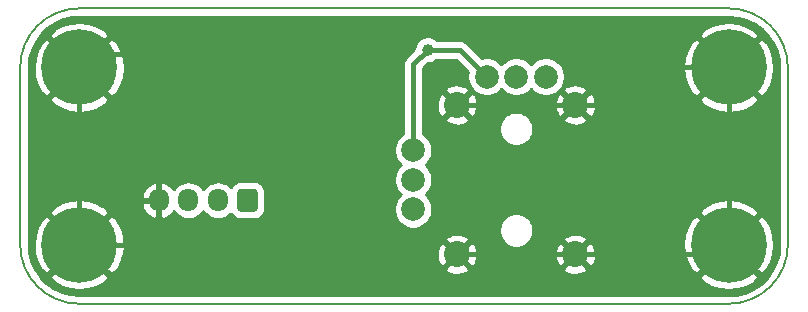
<source format=gbr>
%TF.GenerationSoftware,KiCad,Pcbnew,(5.1.6)-1*%
%TF.CreationDate,2021-04-13T16:40:33+02:00*%
%TF.ProjectId,11_Joystick,31315f4a-6f79-4737-9469-636b2e6b6963,rev?*%
%TF.SameCoordinates,Original*%
%TF.FileFunction,Copper,L2,Bot*%
%TF.FilePolarity,Positive*%
%FSLAX46Y46*%
G04 Gerber Fmt 4.6, Leading zero omitted, Abs format (unit mm)*
G04 Created by KiCad (PCBNEW (5.1.6)-1) date 2021-04-13 16:40:33*
%MOMM*%
%LPD*%
G01*
G04 APERTURE LIST*
%TA.AperFunction,Profile*%
%ADD10C,0.150000*%
%TD*%
%TA.AperFunction,ComponentPad*%
%ADD11C,2.200000*%
%TD*%
%TA.AperFunction,ComponentPad*%
%ADD12C,2.000000*%
%TD*%
%TA.AperFunction,ComponentPad*%
%ADD13C,0.800000*%
%TD*%
%TA.AperFunction,ComponentPad*%
%ADD14C,6.400000*%
%TD*%
%TA.AperFunction,ComponentPad*%
%ADD15O,1.700000X1.950000*%
%TD*%
%TA.AperFunction,ViaPad*%
%ADD16C,1.000000*%
%TD*%
%TA.AperFunction,Conductor*%
%ADD17C,0.400000*%
%TD*%
%TA.AperFunction,Conductor*%
%ADD18C,0.254000*%
%TD*%
G04 APERTURE END LIST*
D10*
X140000000Y-130000000D02*
X195000000Y-130000000D01*
X195000000Y-130000000D02*
G75*
G02*
X200000000Y-135000000I0J-5000000D01*
G01*
X200000000Y-150000000D02*
G75*
G02*
X195000000Y-155000000I-5000000J0D01*
G01*
X140000000Y-155000000D02*
G75*
G02*
X135000000Y-150000000I0J5000000D01*
G01*
X135000000Y-135000000D02*
G75*
G02*
X140000000Y-130000000I5000000J0D01*
G01*
X135000000Y-150000000D02*
X135000000Y-135000000D01*
X195000000Y-155000000D02*
X140000000Y-155000000D01*
X200000000Y-135000000D02*
X200000000Y-150000000D01*
D11*
%TO.P,U2,7*%
%TO.N,GND*%
X172000000Y-138175000D03*
%TO.P,U2,8*%
X172000000Y-150825000D03*
%TO.P,U2,9*%
X182000000Y-150825000D03*
%TO.P,U2,10*%
X182000000Y-138175000D03*
D12*
%TO.P,U2,1*%
%TO.N,mes1_0*%
X179500000Y-135770000D03*
%TO.P,U2,2*%
%TO.N,mes1_1*%
X177000000Y-135770000D03*
%TO.P,U2,3*%
%TO.N,Net-(R2-Pad2)*%
X174500000Y-135770000D03*
%TO.P,U2,6*%
%TO.N,mes0_0*%
X168270000Y-147000000D03*
%TO.P,U2,4*%
%TO.N,Net-(R2-Pad2)*%
X168270000Y-142000000D03*
%TO.P,U2,5*%
%TO.N,mes0_1*%
X168270000Y-144500000D03*
%TD*%
D13*
%TO.P,H3,1*%
%TO.N,GND*%
X196697056Y-148302944D03*
X195000000Y-147600000D03*
X193302944Y-148302944D03*
X192600000Y-150000000D03*
X193302944Y-151697056D03*
X195000000Y-152400000D03*
X196697056Y-151697056D03*
X197400000Y-150000000D03*
D14*
X195000000Y-150000000D03*
%TD*%
D13*
%TO.P,H1,1*%
%TO.N,GND*%
X141697056Y-133302944D03*
X140000000Y-132600000D03*
X138302944Y-133302944D03*
X137600000Y-135000000D03*
X138302944Y-136697056D03*
X140000000Y-137400000D03*
X141697056Y-136697056D03*
X142400000Y-135000000D03*
D14*
X140000000Y-135000000D03*
%TD*%
D13*
%TO.P,H2,1*%
%TO.N,GND*%
X196697056Y-133302944D03*
X195000000Y-132600000D03*
X193302944Y-133302944D03*
X192600000Y-135000000D03*
X193302944Y-136697056D03*
X195000000Y-137400000D03*
X196697056Y-136697056D03*
X197400000Y-135000000D03*
D14*
X195000000Y-135000000D03*
%TD*%
D13*
%TO.P,H4,1*%
%TO.N,GND*%
X141697056Y-148302944D03*
X140000000Y-147600000D03*
X138302944Y-148302944D03*
X137600000Y-150000000D03*
X138302944Y-151697056D03*
X140000000Y-152400000D03*
X141697056Y-151697056D03*
X142400000Y-150000000D03*
D14*
X140000000Y-150000000D03*
%TD*%
%TO.P,J1,1*%
%TO.N,SDA*%
%TA.AperFunction,ComponentPad*%
G36*
G01*
X155100000Y-145525000D02*
X155100000Y-146975000D01*
G75*
G02*
X154850000Y-147225000I-250000J0D01*
G01*
X153650000Y-147225000D01*
G75*
G02*
X153400000Y-146975000I0J250000D01*
G01*
X153400000Y-145525000D01*
G75*
G02*
X153650000Y-145275000I250000J0D01*
G01*
X154850000Y-145275000D01*
G75*
G02*
X155100000Y-145525000I0J-250000D01*
G01*
G37*
%TD.AperFunction*%
D15*
%TO.P,J1,2*%
%TO.N,SCL*%
X151750000Y-146250000D03*
%TO.P,J1,3*%
%TO.N,3V3*%
X149250000Y-146250000D03*
%TO.P,J1,4*%
%TO.N,GND*%
X146750000Y-146250000D03*
%TD*%
D16*
%TO.N,GND*%
X162500000Y-133900000D03*
X161400000Y-147100000D03*
X164000000Y-151100000D03*
X150000000Y-133900000D03*
X155000000Y-133900000D03*
X150000000Y-150000000D03*
X160000000Y-150000000D03*
X190000000Y-145000000D03*
X190000000Y-140000000D03*
X190000000Y-135000000D03*
X185000000Y-135000000D03*
X155000000Y-140000000D03*
X145000000Y-140000000D03*
%TO.N,Net-(R2-Pad2)*%
X169500000Y-133500000D03*
%TD*%
D17*
%TO.N,GND*%
X172000000Y-138175000D02*
X182000000Y-138175000D01*
X172000000Y-150825000D02*
X182000000Y-150825000D01*
X194175000Y-150825000D02*
X195000000Y-150000000D01*
X182000000Y-150825000D02*
X194175000Y-150825000D01*
X195000000Y-150000000D02*
X195000000Y-135000000D01*
X191825000Y-138175000D02*
X195000000Y-135000000D01*
X182000000Y-138175000D02*
X191825000Y-138175000D01*
X140000000Y-135000000D02*
X140000000Y-150000000D01*
X146750000Y-146250000D02*
X146750000Y-148750000D01*
X145500000Y-150000000D02*
X140000000Y-150000000D01*
X146750000Y-148750000D02*
X145500000Y-150000000D01*
X145500000Y-150000000D02*
X148600000Y-153100000D01*
X169725000Y-153100000D02*
X172000000Y-150825000D01*
X141100000Y-133900000D02*
X140000000Y-135000000D01*
X162500000Y-133900000D02*
X141100000Y-133900000D01*
X161400000Y-153000000D02*
X161500000Y-153100000D01*
X148600000Y-153100000D02*
X161500000Y-153100000D01*
X161400000Y-147100000D02*
X161400000Y-153000000D01*
X164000000Y-153000000D02*
X164100000Y-153100000D01*
X164000000Y-151100000D02*
X164000000Y-153000000D01*
X161500000Y-153100000D02*
X164100000Y-153100000D01*
X164100000Y-153100000D02*
X169725000Y-153100000D01*
X155000000Y-140000000D02*
X155000000Y-133900000D01*
X145000000Y-140000000D02*
X140000000Y-135000000D01*
X150000000Y-151700000D02*
X148600000Y-153100000D01*
X150000000Y-150000000D02*
X150000000Y-151700000D01*
X160000000Y-148500000D02*
X161400000Y-147100000D01*
X160000000Y-150000000D02*
X160000000Y-148500000D01*
X190000000Y-145000000D02*
X195000000Y-150000000D01*
X190000000Y-140000000D02*
X195000000Y-135000000D01*
X185000000Y-135000000D02*
X190000000Y-135000000D01*
X190000000Y-135000000D02*
X195000000Y-135000000D01*
%TO.N,Net-(R2-Pad2)*%
X172230000Y-133500000D02*
X174500000Y-135770000D01*
X169500000Y-133500000D02*
X172230000Y-133500000D01*
X168270000Y-134730000D02*
X169500000Y-133500000D01*
X168270000Y-142000000D02*
X168270000Y-134730000D01*
%TD*%
D18*
%TO.N,GND*%
G36*
X195759192Y-130780578D02*
G01*
X196494389Y-130981705D01*
X197182351Y-131309846D01*
X197801331Y-131754628D01*
X198331761Y-132301988D01*
X198756884Y-132934639D01*
X199063251Y-133632561D01*
X199242499Y-134379183D01*
X199290000Y-135026030D01*
X199290001Y-149968370D01*
X199219422Y-150759193D01*
X199018295Y-151494389D01*
X198690152Y-152182355D01*
X198245374Y-152801328D01*
X197698012Y-153331761D01*
X197065362Y-153756883D01*
X196367439Y-154063251D01*
X195620819Y-154242499D01*
X194973970Y-154290000D01*
X140031618Y-154290000D01*
X139240807Y-154219422D01*
X138505611Y-154018295D01*
X137817645Y-153690152D01*
X137198672Y-153245374D01*
X136671020Y-152700881D01*
X137478724Y-152700881D01*
X137838912Y-153190548D01*
X138502882Y-153550849D01*
X139224385Y-153774694D01*
X139975695Y-153853480D01*
X140727938Y-153784178D01*
X141452208Y-153569452D01*
X142120670Y-153217555D01*
X142161088Y-153190548D01*
X142521276Y-152700881D01*
X192478724Y-152700881D01*
X192838912Y-153190548D01*
X193502882Y-153550849D01*
X194224385Y-153774694D01*
X194975695Y-153853480D01*
X195727938Y-153784178D01*
X196452208Y-153569452D01*
X197120670Y-153217555D01*
X197161088Y-153190548D01*
X197521276Y-152700881D01*
X195000000Y-150179605D01*
X192478724Y-152700881D01*
X142521276Y-152700881D01*
X140000000Y-150179605D01*
X137478724Y-152700881D01*
X136671020Y-152700881D01*
X136668239Y-152698012D01*
X136243117Y-152065362D01*
X135936749Y-151367439D01*
X135757501Y-150620819D01*
X135710127Y-149975695D01*
X136146520Y-149975695D01*
X136215822Y-150727938D01*
X136430548Y-151452208D01*
X136782445Y-152120670D01*
X136809452Y-152161088D01*
X137299119Y-152521276D01*
X139820395Y-150000000D01*
X140179605Y-150000000D01*
X142700881Y-152521276D01*
X143190548Y-152161088D01*
X143260753Y-152031712D01*
X170972893Y-152031712D01*
X171080726Y-152306338D01*
X171387384Y-152457216D01*
X171717585Y-152545369D01*
X172058639Y-152567409D01*
X172397439Y-152522489D01*
X172720966Y-152412336D01*
X172919274Y-152306338D01*
X173027107Y-152031712D01*
X180972893Y-152031712D01*
X181080726Y-152306338D01*
X181387384Y-152457216D01*
X181717585Y-152545369D01*
X182058639Y-152567409D01*
X182397439Y-152522489D01*
X182720966Y-152412336D01*
X182919274Y-152306338D01*
X183027107Y-152031712D01*
X182000000Y-151004605D01*
X180972893Y-152031712D01*
X173027107Y-152031712D01*
X172000000Y-151004605D01*
X170972893Y-152031712D01*
X143260753Y-152031712D01*
X143550849Y-151497118D01*
X143741179Y-150883639D01*
X170257591Y-150883639D01*
X170302511Y-151222439D01*
X170412664Y-151545966D01*
X170518662Y-151744274D01*
X170793288Y-151852107D01*
X171820395Y-150825000D01*
X172179605Y-150825000D01*
X173206712Y-151852107D01*
X173481338Y-151744274D01*
X173632216Y-151437616D01*
X173720369Y-151107415D01*
X173734830Y-150883639D01*
X180257591Y-150883639D01*
X180302511Y-151222439D01*
X180412664Y-151545966D01*
X180518662Y-151744274D01*
X180793288Y-151852107D01*
X181820395Y-150825000D01*
X182179605Y-150825000D01*
X183206712Y-151852107D01*
X183481338Y-151744274D01*
X183632216Y-151437616D01*
X183720369Y-151107415D01*
X183742409Y-150766361D01*
X183697489Y-150427561D01*
X183587336Y-150104034D01*
X183518738Y-149975695D01*
X191146520Y-149975695D01*
X191215822Y-150727938D01*
X191430548Y-151452208D01*
X191782445Y-152120670D01*
X191809452Y-152161088D01*
X192299119Y-152521276D01*
X194820395Y-150000000D01*
X195179605Y-150000000D01*
X197700881Y-152521276D01*
X198190548Y-152161088D01*
X198550849Y-151497118D01*
X198774694Y-150775615D01*
X198853480Y-150024305D01*
X198784178Y-149272062D01*
X198569452Y-148547792D01*
X198217555Y-147879330D01*
X198190548Y-147838912D01*
X197700881Y-147478724D01*
X195179605Y-150000000D01*
X194820395Y-150000000D01*
X192299119Y-147478724D01*
X191809452Y-147838912D01*
X191449151Y-148502882D01*
X191225306Y-149224385D01*
X191146520Y-149975695D01*
X183518738Y-149975695D01*
X183481338Y-149905726D01*
X183206712Y-149797893D01*
X182179605Y-150825000D01*
X181820395Y-150825000D01*
X180793288Y-149797893D01*
X180518662Y-149905726D01*
X180367784Y-150212384D01*
X180279631Y-150542585D01*
X180257591Y-150883639D01*
X173734830Y-150883639D01*
X173742409Y-150766361D01*
X173697489Y-150427561D01*
X173587336Y-150104034D01*
X173481338Y-149905726D01*
X173206712Y-149797893D01*
X172179605Y-150825000D01*
X171820395Y-150825000D01*
X170793288Y-149797893D01*
X170518662Y-149905726D01*
X170367784Y-150212384D01*
X170279631Y-150542585D01*
X170257591Y-150883639D01*
X143741179Y-150883639D01*
X143774694Y-150775615D01*
X143853480Y-150024305D01*
X143816075Y-149618288D01*
X170972893Y-149618288D01*
X172000000Y-150645395D01*
X173027107Y-149618288D01*
X172919274Y-149343662D01*
X172612616Y-149192784D01*
X172282415Y-149104631D01*
X171941361Y-149082591D01*
X171602561Y-149127511D01*
X171279034Y-149237664D01*
X171080726Y-149343662D01*
X170972893Y-149618288D01*
X143816075Y-149618288D01*
X143784178Y-149272062D01*
X143601593Y-148656203D01*
X175540000Y-148656203D01*
X175540000Y-148943797D01*
X175596107Y-149225866D01*
X175706165Y-149491569D01*
X175865944Y-149730696D01*
X176069304Y-149934056D01*
X176308431Y-150093835D01*
X176574134Y-150203893D01*
X176856203Y-150260000D01*
X177143797Y-150260000D01*
X177425866Y-150203893D01*
X177691569Y-150093835D01*
X177930696Y-149934056D01*
X178134056Y-149730696D01*
X178209164Y-149618288D01*
X180972893Y-149618288D01*
X182000000Y-150645395D01*
X183027107Y-149618288D01*
X182919274Y-149343662D01*
X182612616Y-149192784D01*
X182282415Y-149104631D01*
X181941361Y-149082591D01*
X181602561Y-149127511D01*
X181279034Y-149237664D01*
X181080726Y-149343662D01*
X180972893Y-149618288D01*
X178209164Y-149618288D01*
X178293835Y-149491569D01*
X178403893Y-149225866D01*
X178460000Y-148943797D01*
X178460000Y-148656203D01*
X178403893Y-148374134D01*
X178293835Y-148108431D01*
X178134056Y-147869304D01*
X177930696Y-147665944D01*
X177691569Y-147506165D01*
X177425866Y-147396107D01*
X177143797Y-147340000D01*
X176856203Y-147340000D01*
X176574134Y-147396107D01*
X176308431Y-147506165D01*
X176069304Y-147665944D01*
X175865944Y-147869304D01*
X175706165Y-148108431D01*
X175596107Y-148374134D01*
X175540000Y-148656203D01*
X143601593Y-148656203D01*
X143569452Y-148547792D01*
X143217555Y-147879330D01*
X143190548Y-147838912D01*
X142700881Y-147478724D01*
X140179605Y-150000000D01*
X139820395Y-150000000D01*
X137299119Y-147478724D01*
X136809452Y-147838912D01*
X136449151Y-148502882D01*
X136225306Y-149224385D01*
X136146520Y-149975695D01*
X135710127Y-149975695D01*
X135710000Y-149973970D01*
X135710000Y-147299119D01*
X137478724Y-147299119D01*
X140000000Y-149820395D01*
X142521276Y-147299119D01*
X142161088Y-146809452D01*
X141792184Y-146609267D01*
X145283680Y-146609267D01*
X145357558Y-146890830D01*
X145484947Y-147152570D01*
X145660951Y-147384429D01*
X145878807Y-147577496D01*
X146130142Y-147724352D01*
X146393110Y-147816476D01*
X146623000Y-147695155D01*
X146623000Y-146377000D01*
X145423835Y-146377000D01*
X145283680Y-146609267D01*
X141792184Y-146609267D01*
X141497118Y-146449151D01*
X140775615Y-146225306D01*
X140024305Y-146146520D01*
X139272062Y-146215822D01*
X138547792Y-146430548D01*
X137879330Y-146782445D01*
X137838912Y-146809452D01*
X137478724Y-147299119D01*
X135710000Y-147299119D01*
X135710000Y-145890733D01*
X145283680Y-145890733D01*
X145423835Y-146123000D01*
X146623000Y-146123000D01*
X146623000Y-144804845D01*
X146877000Y-144804845D01*
X146877000Y-146123000D01*
X146897000Y-146123000D01*
X146897000Y-146377000D01*
X146877000Y-146377000D01*
X146877000Y-147695155D01*
X147106890Y-147816476D01*
X147369858Y-147724352D01*
X147621193Y-147577496D01*
X147839049Y-147384429D01*
X147995538Y-147178278D01*
X148009294Y-147204013D01*
X148194866Y-147430134D01*
X148420986Y-147615706D01*
X148678966Y-147753599D01*
X148958889Y-147838513D01*
X149250000Y-147867185D01*
X149541110Y-147838513D01*
X149821033Y-147753599D01*
X150079013Y-147615706D01*
X150305134Y-147430134D01*
X150490706Y-147204014D01*
X150500000Y-147186626D01*
X150509294Y-147204013D01*
X150694866Y-147430134D01*
X150920986Y-147615706D01*
X151178966Y-147753599D01*
X151458889Y-147838513D01*
X151750000Y-147867185D01*
X152041110Y-147838513D01*
X152321033Y-147753599D01*
X152579013Y-147615706D01*
X152805134Y-147430134D01*
X152857223Y-147366663D01*
X152911595Y-147468386D01*
X153022038Y-147602962D01*
X153156614Y-147713405D01*
X153310150Y-147795472D01*
X153476746Y-147846008D01*
X153650000Y-147863072D01*
X154850000Y-147863072D01*
X155023254Y-147846008D01*
X155189850Y-147795472D01*
X155343386Y-147713405D01*
X155477962Y-147602962D01*
X155588405Y-147468386D01*
X155670472Y-147314850D01*
X155721008Y-147148254D01*
X155738072Y-146975000D01*
X155738072Y-145525000D01*
X155721008Y-145351746D01*
X155670472Y-145185150D01*
X155588405Y-145031614D01*
X155477962Y-144897038D01*
X155343386Y-144786595D01*
X155189850Y-144704528D01*
X155023254Y-144653992D01*
X154850000Y-144636928D01*
X153650000Y-144636928D01*
X153476746Y-144653992D01*
X153310150Y-144704528D01*
X153156614Y-144786595D01*
X153022038Y-144897038D01*
X152911595Y-145031614D01*
X152857223Y-145133337D01*
X152805134Y-145069866D01*
X152579014Y-144884294D01*
X152321034Y-144746401D01*
X152041111Y-144661487D01*
X151750000Y-144632815D01*
X151458890Y-144661487D01*
X151178967Y-144746401D01*
X150920987Y-144884294D01*
X150694866Y-145069866D01*
X150509294Y-145295986D01*
X150500000Y-145313374D01*
X150490706Y-145295986D01*
X150305134Y-145069866D01*
X150079014Y-144884294D01*
X149821034Y-144746401D01*
X149541111Y-144661487D01*
X149250000Y-144632815D01*
X148958890Y-144661487D01*
X148678967Y-144746401D01*
X148420987Y-144884294D01*
X148194866Y-145069866D01*
X148009294Y-145295986D01*
X147995538Y-145321722D01*
X147839049Y-145115571D01*
X147621193Y-144922504D01*
X147369858Y-144775648D01*
X147106890Y-144683524D01*
X146877000Y-144804845D01*
X146623000Y-144804845D01*
X146393110Y-144683524D01*
X146130142Y-144775648D01*
X145878807Y-144922504D01*
X145660951Y-145115571D01*
X145484947Y-145347430D01*
X145357558Y-145609170D01*
X145283680Y-145890733D01*
X135710000Y-145890733D01*
X135710000Y-141838967D01*
X166635000Y-141838967D01*
X166635000Y-142161033D01*
X166697832Y-142476912D01*
X166821082Y-142774463D01*
X167000013Y-143042252D01*
X167207761Y-143250000D01*
X167000013Y-143457748D01*
X166821082Y-143725537D01*
X166697832Y-144023088D01*
X166635000Y-144338967D01*
X166635000Y-144661033D01*
X166697832Y-144976912D01*
X166821082Y-145274463D01*
X167000013Y-145542252D01*
X167207761Y-145750000D01*
X167000013Y-145957748D01*
X166821082Y-146225537D01*
X166697832Y-146523088D01*
X166635000Y-146838967D01*
X166635000Y-147161033D01*
X166697832Y-147476912D01*
X166821082Y-147774463D01*
X167000013Y-148042252D01*
X167227748Y-148269987D01*
X167495537Y-148448918D01*
X167793088Y-148572168D01*
X168108967Y-148635000D01*
X168431033Y-148635000D01*
X168746912Y-148572168D01*
X169044463Y-148448918D01*
X169312252Y-148269987D01*
X169539987Y-148042252D01*
X169718918Y-147774463D01*
X169842168Y-147476912D01*
X169877533Y-147299119D01*
X192478724Y-147299119D01*
X195000000Y-149820395D01*
X197521276Y-147299119D01*
X197161088Y-146809452D01*
X196497118Y-146449151D01*
X195775615Y-146225306D01*
X195024305Y-146146520D01*
X194272062Y-146215822D01*
X193547792Y-146430548D01*
X192879330Y-146782445D01*
X192838912Y-146809452D01*
X192478724Y-147299119D01*
X169877533Y-147299119D01*
X169905000Y-147161033D01*
X169905000Y-146838967D01*
X169842168Y-146523088D01*
X169718918Y-146225537D01*
X169539987Y-145957748D01*
X169332239Y-145750000D01*
X169539987Y-145542252D01*
X169718918Y-145274463D01*
X169842168Y-144976912D01*
X169905000Y-144661033D01*
X169905000Y-144338967D01*
X169842168Y-144023088D01*
X169718918Y-143725537D01*
X169539987Y-143457748D01*
X169332239Y-143250000D01*
X169539987Y-143042252D01*
X169718918Y-142774463D01*
X169842168Y-142476912D01*
X169905000Y-142161033D01*
X169905000Y-141838967D01*
X169842168Y-141523088D01*
X169718918Y-141225537D01*
X169539987Y-140957748D01*
X169312252Y-140730013D01*
X169105000Y-140591532D01*
X169105000Y-140056203D01*
X175540000Y-140056203D01*
X175540000Y-140343797D01*
X175596107Y-140625866D01*
X175706165Y-140891569D01*
X175865944Y-141130696D01*
X176069304Y-141334056D01*
X176308431Y-141493835D01*
X176574134Y-141603893D01*
X176856203Y-141660000D01*
X177143797Y-141660000D01*
X177425866Y-141603893D01*
X177691569Y-141493835D01*
X177930696Y-141334056D01*
X178134056Y-141130696D01*
X178293835Y-140891569D01*
X178403893Y-140625866D01*
X178460000Y-140343797D01*
X178460000Y-140056203D01*
X178403893Y-139774134D01*
X178293835Y-139508431D01*
X178209165Y-139381712D01*
X180972893Y-139381712D01*
X181080726Y-139656338D01*
X181387384Y-139807216D01*
X181717585Y-139895369D01*
X182058639Y-139917409D01*
X182397439Y-139872489D01*
X182720966Y-139762336D01*
X182919274Y-139656338D01*
X183027107Y-139381712D01*
X182000000Y-138354605D01*
X180972893Y-139381712D01*
X178209165Y-139381712D01*
X178134056Y-139269304D01*
X177930696Y-139065944D01*
X177691569Y-138906165D01*
X177425866Y-138796107D01*
X177143797Y-138740000D01*
X176856203Y-138740000D01*
X176574134Y-138796107D01*
X176308431Y-138906165D01*
X176069304Y-139065944D01*
X175865944Y-139269304D01*
X175706165Y-139508431D01*
X175596107Y-139774134D01*
X175540000Y-140056203D01*
X169105000Y-140056203D01*
X169105000Y-139381712D01*
X170972893Y-139381712D01*
X171080726Y-139656338D01*
X171387384Y-139807216D01*
X171717585Y-139895369D01*
X172058639Y-139917409D01*
X172397439Y-139872489D01*
X172720966Y-139762336D01*
X172919274Y-139656338D01*
X173027107Y-139381712D01*
X172000000Y-138354605D01*
X170972893Y-139381712D01*
X169105000Y-139381712D01*
X169105000Y-138233639D01*
X170257591Y-138233639D01*
X170302511Y-138572439D01*
X170412664Y-138895966D01*
X170518662Y-139094274D01*
X170793288Y-139202107D01*
X171820395Y-138175000D01*
X172179605Y-138175000D01*
X173206712Y-139202107D01*
X173481338Y-139094274D01*
X173632216Y-138787616D01*
X173720369Y-138457415D01*
X173734830Y-138233639D01*
X180257591Y-138233639D01*
X180302511Y-138572439D01*
X180412664Y-138895966D01*
X180518662Y-139094274D01*
X180793288Y-139202107D01*
X181820395Y-138175000D01*
X182179605Y-138175000D01*
X183206712Y-139202107D01*
X183481338Y-139094274D01*
X183632216Y-138787616D01*
X183720369Y-138457415D01*
X183742409Y-138116361D01*
X183697489Y-137777561D01*
X183671382Y-137700881D01*
X192478724Y-137700881D01*
X192838912Y-138190548D01*
X193502882Y-138550849D01*
X194224385Y-138774694D01*
X194975695Y-138853480D01*
X195727938Y-138784178D01*
X196452208Y-138569452D01*
X197120670Y-138217555D01*
X197161088Y-138190548D01*
X197521276Y-137700881D01*
X195000000Y-135179605D01*
X192478724Y-137700881D01*
X183671382Y-137700881D01*
X183587336Y-137454034D01*
X183481338Y-137255726D01*
X183206712Y-137147893D01*
X182179605Y-138175000D01*
X181820395Y-138175000D01*
X180793288Y-137147893D01*
X180518662Y-137255726D01*
X180367784Y-137562384D01*
X180279631Y-137892585D01*
X180257591Y-138233639D01*
X173734830Y-138233639D01*
X173742409Y-138116361D01*
X173697489Y-137777561D01*
X173587336Y-137454034D01*
X173481338Y-137255726D01*
X173206712Y-137147893D01*
X172179605Y-138175000D01*
X171820395Y-138175000D01*
X170793288Y-137147893D01*
X170518662Y-137255726D01*
X170367784Y-137562384D01*
X170279631Y-137892585D01*
X170257591Y-138233639D01*
X169105000Y-138233639D01*
X169105000Y-136968288D01*
X170972893Y-136968288D01*
X172000000Y-137995395D01*
X173027107Y-136968288D01*
X172919274Y-136693662D01*
X172612616Y-136542784D01*
X172282415Y-136454631D01*
X171941361Y-136432591D01*
X171602561Y-136477511D01*
X171279034Y-136587664D01*
X171080726Y-136693662D01*
X170972893Y-136968288D01*
X169105000Y-136968288D01*
X169105000Y-135075867D01*
X169545868Y-134635000D01*
X169611788Y-134635000D01*
X169831067Y-134591383D01*
X170037624Y-134505824D01*
X170223520Y-134381612D01*
X170270132Y-134335000D01*
X171884133Y-134335000D01*
X172913628Y-135364496D01*
X172865000Y-135608967D01*
X172865000Y-135931033D01*
X172927832Y-136246912D01*
X173051082Y-136544463D01*
X173230013Y-136812252D01*
X173457748Y-137039987D01*
X173725537Y-137218918D01*
X174023088Y-137342168D01*
X174338967Y-137405000D01*
X174661033Y-137405000D01*
X174976912Y-137342168D01*
X175274463Y-137218918D01*
X175542252Y-137039987D01*
X175750000Y-136832239D01*
X175957748Y-137039987D01*
X176225537Y-137218918D01*
X176523088Y-137342168D01*
X176838967Y-137405000D01*
X177161033Y-137405000D01*
X177476912Y-137342168D01*
X177774463Y-137218918D01*
X178042252Y-137039987D01*
X178250000Y-136832239D01*
X178457748Y-137039987D01*
X178725537Y-137218918D01*
X179023088Y-137342168D01*
X179338967Y-137405000D01*
X179661033Y-137405000D01*
X179976912Y-137342168D01*
X180274463Y-137218918D01*
X180542252Y-137039987D01*
X180613951Y-136968288D01*
X180972893Y-136968288D01*
X182000000Y-137995395D01*
X183027107Y-136968288D01*
X182919274Y-136693662D01*
X182612616Y-136542784D01*
X182282415Y-136454631D01*
X181941361Y-136432591D01*
X181602561Y-136477511D01*
X181279034Y-136587664D01*
X181080726Y-136693662D01*
X180972893Y-136968288D01*
X180613951Y-136968288D01*
X180769987Y-136812252D01*
X180948918Y-136544463D01*
X181072168Y-136246912D01*
X181135000Y-135931033D01*
X181135000Y-135608967D01*
X181072168Y-135293088D01*
X180948918Y-134995537D01*
X180935660Y-134975695D01*
X191146520Y-134975695D01*
X191215822Y-135727938D01*
X191430548Y-136452208D01*
X191782445Y-137120670D01*
X191809452Y-137161088D01*
X192299119Y-137521276D01*
X194820395Y-135000000D01*
X195179605Y-135000000D01*
X197700881Y-137521276D01*
X198190548Y-137161088D01*
X198550849Y-136497118D01*
X198774694Y-135775615D01*
X198853480Y-135024305D01*
X198784178Y-134272062D01*
X198569452Y-133547792D01*
X198217555Y-132879330D01*
X198190548Y-132838912D01*
X197700881Y-132478724D01*
X195179605Y-135000000D01*
X194820395Y-135000000D01*
X192299119Y-132478724D01*
X191809452Y-132838912D01*
X191449151Y-133502882D01*
X191225306Y-134224385D01*
X191146520Y-134975695D01*
X180935660Y-134975695D01*
X180769987Y-134727748D01*
X180542252Y-134500013D01*
X180274463Y-134321082D01*
X179976912Y-134197832D01*
X179661033Y-134135000D01*
X179338967Y-134135000D01*
X179023088Y-134197832D01*
X178725537Y-134321082D01*
X178457748Y-134500013D01*
X178250000Y-134707761D01*
X178042252Y-134500013D01*
X177774463Y-134321082D01*
X177476912Y-134197832D01*
X177161033Y-134135000D01*
X176838967Y-134135000D01*
X176523088Y-134197832D01*
X176225537Y-134321082D01*
X175957748Y-134500013D01*
X175750000Y-134707761D01*
X175542252Y-134500013D01*
X175274463Y-134321082D01*
X174976912Y-134197832D01*
X174661033Y-134135000D01*
X174338967Y-134135000D01*
X174094496Y-134183628D01*
X172849446Y-132938579D01*
X172823291Y-132906709D01*
X172696146Y-132802364D01*
X172551087Y-132724828D01*
X172393689Y-132677082D01*
X172271019Y-132665000D01*
X172271018Y-132665000D01*
X172230000Y-132660960D01*
X172188982Y-132665000D01*
X170270132Y-132665000D01*
X170223520Y-132618388D01*
X170037624Y-132494176D01*
X169831067Y-132408617D01*
X169611788Y-132365000D01*
X169388212Y-132365000D01*
X169168933Y-132408617D01*
X168962376Y-132494176D01*
X168776480Y-132618388D01*
X168618388Y-132776480D01*
X168494176Y-132962376D01*
X168408617Y-133168933D01*
X168365000Y-133388212D01*
X168365000Y-133454132D01*
X167708574Y-134110559D01*
X167676710Y-134136709D01*
X167650562Y-134168571D01*
X167572364Y-134263855D01*
X167494828Y-134408914D01*
X167447082Y-134566312D01*
X167430960Y-134730000D01*
X167435001Y-134771028D01*
X167435000Y-140591531D01*
X167227748Y-140730013D01*
X167000013Y-140957748D01*
X166821082Y-141225537D01*
X166697832Y-141523088D01*
X166635000Y-141838967D01*
X135710000Y-141838967D01*
X135710000Y-137700881D01*
X137478724Y-137700881D01*
X137838912Y-138190548D01*
X138502882Y-138550849D01*
X139224385Y-138774694D01*
X139975695Y-138853480D01*
X140727938Y-138784178D01*
X141452208Y-138569452D01*
X142120670Y-138217555D01*
X142161088Y-138190548D01*
X142521276Y-137700881D01*
X140000000Y-135179605D01*
X137478724Y-137700881D01*
X135710000Y-137700881D01*
X135710000Y-135031618D01*
X135714991Y-134975695D01*
X136146520Y-134975695D01*
X136215822Y-135727938D01*
X136430548Y-136452208D01*
X136782445Y-137120670D01*
X136809452Y-137161088D01*
X137299119Y-137521276D01*
X139820395Y-135000000D01*
X140179605Y-135000000D01*
X142700881Y-137521276D01*
X143190548Y-137161088D01*
X143550849Y-136497118D01*
X143774694Y-135775615D01*
X143853480Y-135024305D01*
X143784178Y-134272062D01*
X143569452Y-133547792D01*
X143217555Y-132879330D01*
X143190548Y-132838912D01*
X142700881Y-132478724D01*
X140179605Y-135000000D01*
X139820395Y-135000000D01*
X137299119Y-132478724D01*
X136809452Y-132838912D01*
X136449151Y-133502882D01*
X136225306Y-134224385D01*
X136146520Y-134975695D01*
X135714991Y-134975695D01*
X135780578Y-134240808D01*
X135981705Y-133505611D01*
X136309846Y-132817649D01*
X136682447Y-132299119D01*
X137478724Y-132299119D01*
X140000000Y-134820395D01*
X142521276Y-132299119D01*
X192478724Y-132299119D01*
X195000000Y-134820395D01*
X197521276Y-132299119D01*
X197161088Y-131809452D01*
X196497118Y-131449151D01*
X195775615Y-131225306D01*
X195024305Y-131146520D01*
X194272062Y-131215822D01*
X193547792Y-131430548D01*
X192879330Y-131782445D01*
X192838912Y-131809452D01*
X192478724Y-132299119D01*
X142521276Y-132299119D01*
X142161088Y-131809452D01*
X141497118Y-131449151D01*
X140775615Y-131225306D01*
X140024305Y-131146520D01*
X139272062Y-131215822D01*
X138547792Y-131430548D01*
X137879330Y-131782445D01*
X137838912Y-131809452D01*
X137478724Y-132299119D01*
X136682447Y-132299119D01*
X136754628Y-132198669D01*
X137301988Y-131668239D01*
X137934639Y-131243116D01*
X138632561Y-130936749D01*
X139379183Y-130757501D01*
X140026030Y-130710000D01*
X194968382Y-130710000D01*
X195759192Y-130780578D01*
G37*
X195759192Y-130780578D02*
X196494389Y-130981705D01*
X197182351Y-131309846D01*
X197801331Y-131754628D01*
X198331761Y-132301988D01*
X198756884Y-132934639D01*
X199063251Y-133632561D01*
X199242499Y-134379183D01*
X199290000Y-135026030D01*
X199290001Y-149968370D01*
X199219422Y-150759193D01*
X199018295Y-151494389D01*
X198690152Y-152182355D01*
X198245374Y-152801328D01*
X197698012Y-153331761D01*
X197065362Y-153756883D01*
X196367439Y-154063251D01*
X195620819Y-154242499D01*
X194973970Y-154290000D01*
X140031618Y-154290000D01*
X139240807Y-154219422D01*
X138505611Y-154018295D01*
X137817645Y-153690152D01*
X137198672Y-153245374D01*
X136671020Y-152700881D01*
X137478724Y-152700881D01*
X137838912Y-153190548D01*
X138502882Y-153550849D01*
X139224385Y-153774694D01*
X139975695Y-153853480D01*
X140727938Y-153784178D01*
X141452208Y-153569452D01*
X142120670Y-153217555D01*
X142161088Y-153190548D01*
X142521276Y-152700881D01*
X192478724Y-152700881D01*
X192838912Y-153190548D01*
X193502882Y-153550849D01*
X194224385Y-153774694D01*
X194975695Y-153853480D01*
X195727938Y-153784178D01*
X196452208Y-153569452D01*
X197120670Y-153217555D01*
X197161088Y-153190548D01*
X197521276Y-152700881D01*
X195000000Y-150179605D01*
X192478724Y-152700881D01*
X142521276Y-152700881D01*
X140000000Y-150179605D01*
X137478724Y-152700881D01*
X136671020Y-152700881D01*
X136668239Y-152698012D01*
X136243117Y-152065362D01*
X135936749Y-151367439D01*
X135757501Y-150620819D01*
X135710127Y-149975695D01*
X136146520Y-149975695D01*
X136215822Y-150727938D01*
X136430548Y-151452208D01*
X136782445Y-152120670D01*
X136809452Y-152161088D01*
X137299119Y-152521276D01*
X139820395Y-150000000D01*
X140179605Y-150000000D01*
X142700881Y-152521276D01*
X143190548Y-152161088D01*
X143260753Y-152031712D01*
X170972893Y-152031712D01*
X171080726Y-152306338D01*
X171387384Y-152457216D01*
X171717585Y-152545369D01*
X172058639Y-152567409D01*
X172397439Y-152522489D01*
X172720966Y-152412336D01*
X172919274Y-152306338D01*
X173027107Y-152031712D01*
X180972893Y-152031712D01*
X181080726Y-152306338D01*
X181387384Y-152457216D01*
X181717585Y-152545369D01*
X182058639Y-152567409D01*
X182397439Y-152522489D01*
X182720966Y-152412336D01*
X182919274Y-152306338D01*
X183027107Y-152031712D01*
X182000000Y-151004605D01*
X180972893Y-152031712D01*
X173027107Y-152031712D01*
X172000000Y-151004605D01*
X170972893Y-152031712D01*
X143260753Y-152031712D01*
X143550849Y-151497118D01*
X143741179Y-150883639D01*
X170257591Y-150883639D01*
X170302511Y-151222439D01*
X170412664Y-151545966D01*
X170518662Y-151744274D01*
X170793288Y-151852107D01*
X171820395Y-150825000D01*
X172179605Y-150825000D01*
X173206712Y-151852107D01*
X173481338Y-151744274D01*
X173632216Y-151437616D01*
X173720369Y-151107415D01*
X173734830Y-150883639D01*
X180257591Y-150883639D01*
X180302511Y-151222439D01*
X180412664Y-151545966D01*
X180518662Y-151744274D01*
X180793288Y-151852107D01*
X181820395Y-150825000D01*
X182179605Y-150825000D01*
X183206712Y-151852107D01*
X183481338Y-151744274D01*
X183632216Y-151437616D01*
X183720369Y-151107415D01*
X183742409Y-150766361D01*
X183697489Y-150427561D01*
X183587336Y-150104034D01*
X183518738Y-149975695D01*
X191146520Y-149975695D01*
X191215822Y-150727938D01*
X191430548Y-151452208D01*
X191782445Y-152120670D01*
X191809452Y-152161088D01*
X192299119Y-152521276D01*
X194820395Y-150000000D01*
X195179605Y-150000000D01*
X197700881Y-152521276D01*
X198190548Y-152161088D01*
X198550849Y-151497118D01*
X198774694Y-150775615D01*
X198853480Y-150024305D01*
X198784178Y-149272062D01*
X198569452Y-148547792D01*
X198217555Y-147879330D01*
X198190548Y-147838912D01*
X197700881Y-147478724D01*
X195179605Y-150000000D01*
X194820395Y-150000000D01*
X192299119Y-147478724D01*
X191809452Y-147838912D01*
X191449151Y-148502882D01*
X191225306Y-149224385D01*
X191146520Y-149975695D01*
X183518738Y-149975695D01*
X183481338Y-149905726D01*
X183206712Y-149797893D01*
X182179605Y-150825000D01*
X181820395Y-150825000D01*
X180793288Y-149797893D01*
X180518662Y-149905726D01*
X180367784Y-150212384D01*
X180279631Y-150542585D01*
X180257591Y-150883639D01*
X173734830Y-150883639D01*
X173742409Y-150766361D01*
X173697489Y-150427561D01*
X173587336Y-150104034D01*
X173481338Y-149905726D01*
X173206712Y-149797893D01*
X172179605Y-150825000D01*
X171820395Y-150825000D01*
X170793288Y-149797893D01*
X170518662Y-149905726D01*
X170367784Y-150212384D01*
X170279631Y-150542585D01*
X170257591Y-150883639D01*
X143741179Y-150883639D01*
X143774694Y-150775615D01*
X143853480Y-150024305D01*
X143816075Y-149618288D01*
X170972893Y-149618288D01*
X172000000Y-150645395D01*
X173027107Y-149618288D01*
X172919274Y-149343662D01*
X172612616Y-149192784D01*
X172282415Y-149104631D01*
X171941361Y-149082591D01*
X171602561Y-149127511D01*
X171279034Y-149237664D01*
X171080726Y-149343662D01*
X170972893Y-149618288D01*
X143816075Y-149618288D01*
X143784178Y-149272062D01*
X143601593Y-148656203D01*
X175540000Y-148656203D01*
X175540000Y-148943797D01*
X175596107Y-149225866D01*
X175706165Y-149491569D01*
X175865944Y-149730696D01*
X176069304Y-149934056D01*
X176308431Y-150093835D01*
X176574134Y-150203893D01*
X176856203Y-150260000D01*
X177143797Y-150260000D01*
X177425866Y-150203893D01*
X177691569Y-150093835D01*
X177930696Y-149934056D01*
X178134056Y-149730696D01*
X178209164Y-149618288D01*
X180972893Y-149618288D01*
X182000000Y-150645395D01*
X183027107Y-149618288D01*
X182919274Y-149343662D01*
X182612616Y-149192784D01*
X182282415Y-149104631D01*
X181941361Y-149082591D01*
X181602561Y-149127511D01*
X181279034Y-149237664D01*
X181080726Y-149343662D01*
X180972893Y-149618288D01*
X178209164Y-149618288D01*
X178293835Y-149491569D01*
X178403893Y-149225866D01*
X178460000Y-148943797D01*
X178460000Y-148656203D01*
X178403893Y-148374134D01*
X178293835Y-148108431D01*
X178134056Y-147869304D01*
X177930696Y-147665944D01*
X177691569Y-147506165D01*
X177425866Y-147396107D01*
X177143797Y-147340000D01*
X176856203Y-147340000D01*
X176574134Y-147396107D01*
X176308431Y-147506165D01*
X176069304Y-147665944D01*
X175865944Y-147869304D01*
X175706165Y-148108431D01*
X175596107Y-148374134D01*
X175540000Y-148656203D01*
X143601593Y-148656203D01*
X143569452Y-148547792D01*
X143217555Y-147879330D01*
X143190548Y-147838912D01*
X142700881Y-147478724D01*
X140179605Y-150000000D01*
X139820395Y-150000000D01*
X137299119Y-147478724D01*
X136809452Y-147838912D01*
X136449151Y-148502882D01*
X136225306Y-149224385D01*
X136146520Y-149975695D01*
X135710127Y-149975695D01*
X135710000Y-149973970D01*
X135710000Y-147299119D01*
X137478724Y-147299119D01*
X140000000Y-149820395D01*
X142521276Y-147299119D01*
X142161088Y-146809452D01*
X141792184Y-146609267D01*
X145283680Y-146609267D01*
X145357558Y-146890830D01*
X145484947Y-147152570D01*
X145660951Y-147384429D01*
X145878807Y-147577496D01*
X146130142Y-147724352D01*
X146393110Y-147816476D01*
X146623000Y-147695155D01*
X146623000Y-146377000D01*
X145423835Y-146377000D01*
X145283680Y-146609267D01*
X141792184Y-146609267D01*
X141497118Y-146449151D01*
X140775615Y-146225306D01*
X140024305Y-146146520D01*
X139272062Y-146215822D01*
X138547792Y-146430548D01*
X137879330Y-146782445D01*
X137838912Y-146809452D01*
X137478724Y-147299119D01*
X135710000Y-147299119D01*
X135710000Y-145890733D01*
X145283680Y-145890733D01*
X145423835Y-146123000D01*
X146623000Y-146123000D01*
X146623000Y-144804845D01*
X146877000Y-144804845D01*
X146877000Y-146123000D01*
X146897000Y-146123000D01*
X146897000Y-146377000D01*
X146877000Y-146377000D01*
X146877000Y-147695155D01*
X147106890Y-147816476D01*
X147369858Y-147724352D01*
X147621193Y-147577496D01*
X147839049Y-147384429D01*
X147995538Y-147178278D01*
X148009294Y-147204013D01*
X148194866Y-147430134D01*
X148420986Y-147615706D01*
X148678966Y-147753599D01*
X148958889Y-147838513D01*
X149250000Y-147867185D01*
X149541110Y-147838513D01*
X149821033Y-147753599D01*
X150079013Y-147615706D01*
X150305134Y-147430134D01*
X150490706Y-147204014D01*
X150500000Y-147186626D01*
X150509294Y-147204013D01*
X150694866Y-147430134D01*
X150920986Y-147615706D01*
X151178966Y-147753599D01*
X151458889Y-147838513D01*
X151750000Y-147867185D01*
X152041110Y-147838513D01*
X152321033Y-147753599D01*
X152579013Y-147615706D01*
X152805134Y-147430134D01*
X152857223Y-147366663D01*
X152911595Y-147468386D01*
X153022038Y-147602962D01*
X153156614Y-147713405D01*
X153310150Y-147795472D01*
X153476746Y-147846008D01*
X153650000Y-147863072D01*
X154850000Y-147863072D01*
X155023254Y-147846008D01*
X155189850Y-147795472D01*
X155343386Y-147713405D01*
X155477962Y-147602962D01*
X155588405Y-147468386D01*
X155670472Y-147314850D01*
X155721008Y-147148254D01*
X155738072Y-146975000D01*
X155738072Y-145525000D01*
X155721008Y-145351746D01*
X155670472Y-145185150D01*
X155588405Y-145031614D01*
X155477962Y-144897038D01*
X155343386Y-144786595D01*
X155189850Y-144704528D01*
X155023254Y-144653992D01*
X154850000Y-144636928D01*
X153650000Y-144636928D01*
X153476746Y-144653992D01*
X153310150Y-144704528D01*
X153156614Y-144786595D01*
X153022038Y-144897038D01*
X152911595Y-145031614D01*
X152857223Y-145133337D01*
X152805134Y-145069866D01*
X152579014Y-144884294D01*
X152321034Y-144746401D01*
X152041111Y-144661487D01*
X151750000Y-144632815D01*
X151458890Y-144661487D01*
X151178967Y-144746401D01*
X150920987Y-144884294D01*
X150694866Y-145069866D01*
X150509294Y-145295986D01*
X150500000Y-145313374D01*
X150490706Y-145295986D01*
X150305134Y-145069866D01*
X150079014Y-144884294D01*
X149821034Y-144746401D01*
X149541111Y-144661487D01*
X149250000Y-144632815D01*
X148958890Y-144661487D01*
X148678967Y-144746401D01*
X148420987Y-144884294D01*
X148194866Y-145069866D01*
X148009294Y-145295986D01*
X147995538Y-145321722D01*
X147839049Y-145115571D01*
X147621193Y-144922504D01*
X147369858Y-144775648D01*
X147106890Y-144683524D01*
X146877000Y-144804845D01*
X146623000Y-144804845D01*
X146393110Y-144683524D01*
X146130142Y-144775648D01*
X145878807Y-144922504D01*
X145660951Y-145115571D01*
X145484947Y-145347430D01*
X145357558Y-145609170D01*
X145283680Y-145890733D01*
X135710000Y-145890733D01*
X135710000Y-141838967D01*
X166635000Y-141838967D01*
X166635000Y-142161033D01*
X166697832Y-142476912D01*
X166821082Y-142774463D01*
X167000013Y-143042252D01*
X167207761Y-143250000D01*
X167000013Y-143457748D01*
X166821082Y-143725537D01*
X166697832Y-144023088D01*
X166635000Y-144338967D01*
X166635000Y-144661033D01*
X166697832Y-144976912D01*
X166821082Y-145274463D01*
X167000013Y-145542252D01*
X167207761Y-145750000D01*
X167000013Y-145957748D01*
X166821082Y-146225537D01*
X166697832Y-146523088D01*
X166635000Y-146838967D01*
X166635000Y-147161033D01*
X166697832Y-147476912D01*
X166821082Y-147774463D01*
X167000013Y-148042252D01*
X167227748Y-148269987D01*
X167495537Y-148448918D01*
X167793088Y-148572168D01*
X168108967Y-148635000D01*
X168431033Y-148635000D01*
X168746912Y-148572168D01*
X169044463Y-148448918D01*
X169312252Y-148269987D01*
X169539987Y-148042252D01*
X169718918Y-147774463D01*
X169842168Y-147476912D01*
X169877533Y-147299119D01*
X192478724Y-147299119D01*
X195000000Y-149820395D01*
X197521276Y-147299119D01*
X197161088Y-146809452D01*
X196497118Y-146449151D01*
X195775615Y-146225306D01*
X195024305Y-146146520D01*
X194272062Y-146215822D01*
X193547792Y-146430548D01*
X192879330Y-146782445D01*
X192838912Y-146809452D01*
X192478724Y-147299119D01*
X169877533Y-147299119D01*
X169905000Y-147161033D01*
X169905000Y-146838967D01*
X169842168Y-146523088D01*
X169718918Y-146225537D01*
X169539987Y-145957748D01*
X169332239Y-145750000D01*
X169539987Y-145542252D01*
X169718918Y-145274463D01*
X169842168Y-144976912D01*
X169905000Y-144661033D01*
X169905000Y-144338967D01*
X169842168Y-144023088D01*
X169718918Y-143725537D01*
X169539987Y-143457748D01*
X169332239Y-143250000D01*
X169539987Y-143042252D01*
X169718918Y-142774463D01*
X169842168Y-142476912D01*
X169905000Y-142161033D01*
X169905000Y-141838967D01*
X169842168Y-141523088D01*
X169718918Y-141225537D01*
X169539987Y-140957748D01*
X169312252Y-140730013D01*
X169105000Y-140591532D01*
X169105000Y-140056203D01*
X175540000Y-140056203D01*
X175540000Y-140343797D01*
X175596107Y-140625866D01*
X175706165Y-140891569D01*
X175865944Y-141130696D01*
X176069304Y-141334056D01*
X176308431Y-141493835D01*
X176574134Y-141603893D01*
X176856203Y-141660000D01*
X177143797Y-141660000D01*
X177425866Y-141603893D01*
X177691569Y-141493835D01*
X177930696Y-141334056D01*
X178134056Y-141130696D01*
X178293835Y-140891569D01*
X178403893Y-140625866D01*
X178460000Y-140343797D01*
X178460000Y-140056203D01*
X178403893Y-139774134D01*
X178293835Y-139508431D01*
X178209165Y-139381712D01*
X180972893Y-139381712D01*
X181080726Y-139656338D01*
X181387384Y-139807216D01*
X181717585Y-139895369D01*
X182058639Y-139917409D01*
X182397439Y-139872489D01*
X182720966Y-139762336D01*
X182919274Y-139656338D01*
X183027107Y-139381712D01*
X182000000Y-138354605D01*
X180972893Y-139381712D01*
X178209165Y-139381712D01*
X178134056Y-139269304D01*
X177930696Y-139065944D01*
X177691569Y-138906165D01*
X177425866Y-138796107D01*
X177143797Y-138740000D01*
X176856203Y-138740000D01*
X176574134Y-138796107D01*
X176308431Y-138906165D01*
X176069304Y-139065944D01*
X175865944Y-139269304D01*
X175706165Y-139508431D01*
X175596107Y-139774134D01*
X175540000Y-140056203D01*
X169105000Y-140056203D01*
X169105000Y-139381712D01*
X170972893Y-139381712D01*
X171080726Y-139656338D01*
X171387384Y-139807216D01*
X171717585Y-139895369D01*
X172058639Y-139917409D01*
X172397439Y-139872489D01*
X172720966Y-139762336D01*
X172919274Y-139656338D01*
X173027107Y-139381712D01*
X172000000Y-138354605D01*
X170972893Y-139381712D01*
X169105000Y-139381712D01*
X169105000Y-138233639D01*
X170257591Y-138233639D01*
X170302511Y-138572439D01*
X170412664Y-138895966D01*
X170518662Y-139094274D01*
X170793288Y-139202107D01*
X171820395Y-138175000D01*
X172179605Y-138175000D01*
X173206712Y-139202107D01*
X173481338Y-139094274D01*
X173632216Y-138787616D01*
X173720369Y-138457415D01*
X173734830Y-138233639D01*
X180257591Y-138233639D01*
X180302511Y-138572439D01*
X180412664Y-138895966D01*
X180518662Y-139094274D01*
X180793288Y-139202107D01*
X181820395Y-138175000D01*
X182179605Y-138175000D01*
X183206712Y-139202107D01*
X183481338Y-139094274D01*
X183632216Y-138787616D01*
X183720369Y-138457415D01*
X183742409Y-138116361D01*
X183697489Y-137777561D01*
X183671382Y-137700881D01*
X192478724Y-137700881D01*
X192838912Y-138190548D01*
X193502882Y-138550849D01*
X194224385Y-138774694D01*
X194975695Y-138853480D01*
X195727938Y-138784178D01*
X196452208Y-138569452D01*
X197120670Y-138217555D01*
X197161088Y-138190548D01*
X197521276Y-137700881D01*
X195000000Y-135179605D01*
X192478724Y-137700881D01*
X183671382Y-137700881D01*
X183587336Y-137454034D01*
X183481338Y-137255726D01*
X183206712Y-137147893D01*
X182179605Y-138175000D01*
X181820395Y-138175000D01*
X180793288Y-137147893D01*
X180518662Y-137255726D01*
X180367784Y-137562384D01*
X180279631Y-137892585D01*
X180257591Y-138233639D01*
X173734830Y-138233639D01*
X173742409Y-138116361D01*
X173697489Y-137777561D01*
X173587336Y-137454034D01*
X173481338Y-137255726D01*
X173206712Y-137147893D01*
X172179605Y-138175000D01*
X171820395Y-138175000D01*
X170793288Y-137147893D01*
X170518662Y-137255726D01*
X170367784Y-137562384D01*
X170279631Y-137892585D01*
X170257591Y-138233639D01*
X169105000Y-138233639D01*
X169105000Y-136968288D01*
X170972893Y-136968288D01*
X172000000Y-137995395D01*
X173027107Y-136968288D01*
X172919274Y-136693662D01*
X172612616Y-136542784D01*
X172282415Y-136454631D01*
X171941361Y-136432591D01*
X171602561Y-136477511D01*
X171279034Y-136587664D01*
X171080726Y-136693662D01*
X170972893Y-136968288D01*
X169105000Y-136968288D01*
X169105000Y-135075867D01*
X169545868Y-134635000D01*
X169611788Y-134635000D01*
X169831067Y-134591383D01*
X170037624Y-134505824D01*
X170223520Y-134381612D01*
X170270132Y-134335000D01*
X171884133Y-134335000D01*
X172913628Y-135364496D01*
X172865000Y-135608967D01*
X172865000Y-135931033D01*
X172927832Y-136246912D01*
X173051082Y-136544463D01*
X173230013Y-136812252D01*
X173457748Y-137039987D01*
X173725537Y-137218918D01*
X174023088Y-137342168D01*
X174338967Y-137405000D01*
X174661033Y-137405000D01*
X174976912Y-137342168D01*
X175274463Y-137218918D01*
X175542252Y-137039987D01*
X175750000Y-136832239D01*
X175957748Y-137039987D01*
X176225537Y-137218918D01*
X176523088Y-137342168D01*
X176838967Y-137405000D01*
X177161033Y-137405000D01*
X177476912Y-137342168D01*
X177774463Y-137218918D01*
X178042252Y-137039987D01*
X178250000Y-136832239D01*
X178457748Y-137039987D01*
X178725537Y-137218918D01*
X179023088Y-137342168D01*
X179338967Y-137405000D01*
X179661033Y-137405000D01*
X179976912Y-137342168D01*
X180274463Y-137218918D01*
X180542252Y-137039987D01*
X180613951Y-136968288D01*
X180972893Y-136968288D01*
X182000000Y-137995395D01*
X183027107Y-136968288D01*
X182919274Y-136693662D01*
X182612616Y-136542784D01*
X182282415Y-136454631D01*
X181941361Y-136432591D01*
X181602561Y-136477511D01*
X181279034Y-136587664D01*
X181080726Y-136693662D01*
X180972893Y-136968288D01*
X180613951Y-136968288D01*
X180769987Y-136812252D01*
X180948918Y-136544463D01*
X181072168Y-136246912D01*
X181135000Y-135931033D01*
X181135000Y-135608967D01*
X181072168Y-135293088D01*
X180948918Y-134995537D01*
X180935660Y-134975695D01*
X191146520Y-134975695D01*
X191215822Y-135727938D01*
X191430548Y-136452208D01*
X191782445Y-137120670D01*
X191809452Y-137161088D01*
X192299119Y-137521276D01*
X194820395Y-135000000D01*
X195179605Y-135000000D01*
X197700881Y-137521276D01*
X198190548Y-137161088D01*
X198550849Y-136497118D01*
X198774694Y-135775615D01*
X198853480Y-135024305D01*
X198784178Y-134272062D01*
X198569452Y-133547792D01*
X198217555Y-132879330D01*
X198190548Y-132838912D01*
X197700881Y-132478724D01*
X195179605Y-135000000D01*
X194820395Y-135000000D01*
X192299119Y-132478724D01*
X191809452Y-132838912D01*
X191449151Y-133502882D01*
X191225306Y-134224385D01*
X191146520Y-134975695D01*
X180935660Y-134975695D01*
X180769987Y-134727748D01*
X180542252Y-134500013D01*
X180274463Y-134321082D01*
X179976912Y-134197832D01*
X179661033Y-134135000D01*
X179338967Y-134135000D01*
X179023088Y-134197832D01*
X178725537Y-134321082D01*
X178457748Y-134500013D01*
X178250000Y-134707761D01*
X178042252Y-134500013D01*
X177774463Y-134321082D01*
X177476912Y-134197832D01*
X177161033Y-134135000D01*
X176838967Y-134135000D01*
X176523088Y-134197832D01*
X176225537Y-134321082D01*
X175957748Y-134500013D01*
X175750000Y-134707761D01*
X175542252Y-134500013D01*
X175274463Y-134321082D01*
X174976912Y-134197832D01*
X174661033Y-134135000D01*
X174338967Y-134135000D01*
X174094496Y-134183628D01*
X172849446Y-132938579D01*
X172823291Y-132906709D01*
X172696146Y-132802364D01*
X172551087Y-132724828D01*
X172393689Y-132677082D01*
X172271019Y-132665000D01*
X172271018Y-132665000D01*
X172230000Y-132660960D01*
X172188982Y-132665000D01*
X170270132Y-132665000D01*
X170223520Y-132618388D01*
X170037624Y-132494176D01*
X169831067Y-132408617D01*
X169611788Y-132365000D01*
X169388212Y-132365000D01*
X169168933Y-132408617D01*
X168962376Y-132494176D01*
X168776480Y-132618388D01*
X168618388Y-132776480D01*
X168494176Y-132962376D01*
X168408617Y-133168933D01*
X168365000Y-133388212D01*
X168365000Y-133454132D01*
X167708574Y-134110559D01*
X167676710Y-134136709D01*
X167650562Y-134168571D01*
X167572364Y-134263855D01*
X167494828Y-134408914D01*
X167447082Y-134566312D01*
X167430960Y-134730000D01*
X167435001Y-134771028D01*
X167435000Y-140591531D01*
X167227748Y-140730013D01*
X167000013Y-140957748D01*
X166821082Y-141225537D01*
X166697832Y-141523088D01*
X166635000Y-141838967D01*
X135710000Y-141838967D01*
X135710000Y-137700881D01*
X137478724Y-137700881D01*
X137838912Y-138190548D01*
X138502882Y-138550849D01*
X139224385Y-138774694D01*
X139975695Y-138853480D01*
X140727938Y-138784178D01*
X141452208Y-138569452D01*
X142120670Y-138217555D01*
X142161088Y-138190548D01*
X142521276Y-137700881D01*
X140000000Y-135179605D01*
X137478724Y-137700881D01*
X135710000Y-137700881D01*
X135710000Y-135031618D01*
X135714991Y-134975695D01*
X136146520Y-134975695D01*
X136215822Y-135727938D01*
X136430548Y-136452208D01*
X136782445Y-137120670D01*
X136809452Y-137161088D01*
X137299119Y-137521276D01*
X139820395Y-135000000D01*
X140179605Y-135000000D01*
X142700881Y-137521276D01*
X143190548Y-137161088D01*
X143550849Y-136497118D01*
X143774694Y-135775615D01*
X143853480Y-135024305D01*
X143784178Y-134272062D01*
X143569452Y-133547792D01*
X143217555Y-132879330D01*
X143190548Y-132838912D01*
X142700881Y-132478724D01*
X140179605Y-135000000D01*
X139820395Y-135000000D01*
X137299119Y-132478724D01*
X136809452Y-132838912D01*
X136449151Y-133502882D01*
X136225306Y-134224385D01*
X136146520Y-134975695D01*
X135714991Y-134975695D01*
X135780578Y-134240808D01*
X135981705Y-133505611D01*
X136309846Y-132817649D01*
X136682447Y-132299119D01*
X137478724Y-132299119D01*
X140000000Y-134820395D01*
X142521276Y-132299119D01*
X192478724Y-132299119D01*
X195000000Y-134820395D01*
X197521276Y-132299119D01*
X197161088Y-131809452D01*
X196497118Y-131449151D01*
X195775615Y-131225306D01*
X195024305Y-131146520D01*
X194272062Y-131215822D01*
X193547792Y-131430548D01*
X192879330Y-131782445D01*
X192838912Y-131809452D01*
X192478724Y-132299119D01*
X142521276Y-132299119D01*
X142161088Y-131809452D01*
X141497118Y-131449151D01*
X140775615Y-131225306D01*
X140024305Y-131146520D01*
X139272062Y-131215822D01*
X138547792Y-131430548D01*
X137879330Y-131782445D01*
X137838912Y-131809452D01*
X137478724Y-132299119D01*
X136682447Y-132299119D01*
X136754628Y-132198669D01*
X137301988Y-131668239D01*
X137934639Y-131243116D01*
X138632561Y-130936749D01*
X139379183Y-130757501D01*
X140026030Y-130710000D01*
X194968382Y-130710000D01*
X195759192Y-130780578D01*
%TD*%
M02*

</source>
